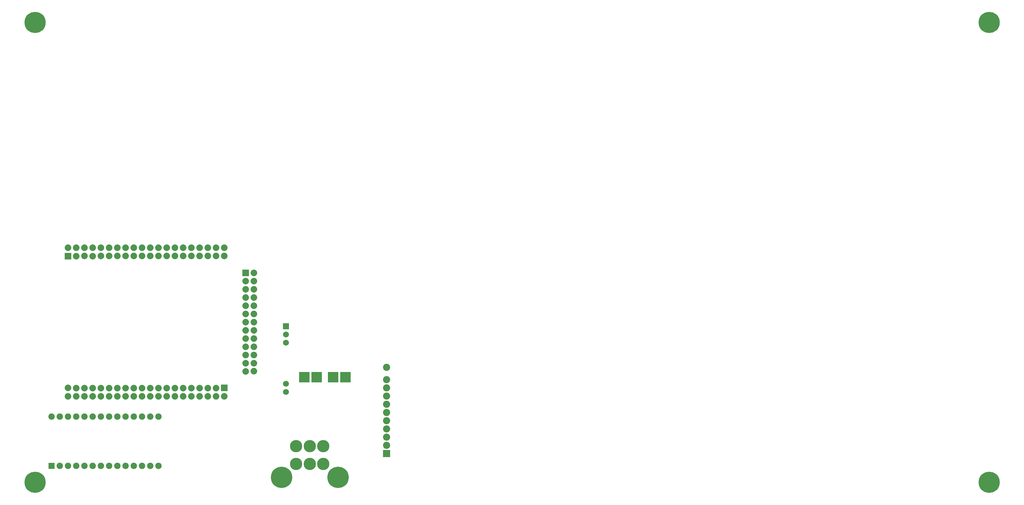
<source format=gbr>
G04 DipTrace 2.3.0.3*
%INBottomMask.gbr*%
%MOIN*%
%ADD31C,0.072*%
%ADD32R,0.072X0.072*%
%ADD52C,0.078*%
%ADD54R,0.078X0.078*%
%ADD56C,0.0867*%
%ADD57R,0.0867X0.0867*%
%ADD61R,0.08X0.08*%
%ADD62C,0.08*%
%ADD69C,0.26*%
%ADD71C,0.1497*%
%ADD75C,0.258*%
%ADD77R,0.128X0.128*%
%FSLAX44Y44*%
G04*
G70*
G90*
G75*
G01*
%LNBotMask*%
%LPD*%
D77*
X38690Y18753D3*
X40190D3*
X42190D3*
X43693D3*
D75*
X5940Y61940D3*
X121940D3*
X5940Y5940D3*
X121940D3*
D71*
X37690Y8190D3*
X39344D3*
X40997D3*
Y10355D3*
X39344D3*
X37690D3*
D69*
X35918Y6536D3*
X42769D3*
D62*
X9940Y16435D3*
X10940D3*
X11940D3*
X12940D3*
X13940D3*
X14940D3*
X15940D3*
X16940D3*
X17940D3*
X18940D3*
X19940D3*
X20940D3*
X21940D3*
X22940D3*
X23940D3*
X24940D3*
X25940D3*
X26940D3*
X27940D3*
X28940D3*
D61*
Y17440D3*
D62*
X27940Y17435D3*
X26940D3*
X25940D3*
X24940D3*
X23940D3*
X22940D3*
X21940D3*
X20940D3*
X19940D3*
X18940D3*
X17940D3*
X16940D3*
X15940D3*
X14940D3*
X13940D3*
X12940D3*
X11940D3*
X10940D3*
X9940Y17440D3*
D61*
Y33500D3*
D62*
X10940D3*
X11940Y33505D3*
X12940Y33500D3*
X13940Y33505D3*
X14940D3*
X15940D3*
X16940D3*
X17940D3*
X18940D3*
X19940D3*
X20940D3*
X21940D3*
X22940D3*
X23940D3*
X24940D3*
X25940D3*
X26940D3*
X27940D3*
X28940D3*
Y34505D3*
X27940D3*
X26940D3*
X25940D3*
X24940D3*
X23940D3*
X22940D3*
X21940D3*
X20940D3*
X19940D3*
X18940D3*
X17940D3*
X16940D3*
X15940D3*
X14940D3*
X13940D3*
X12940D3*
X11940D3*
X10940D3*
X9940D3*
X31560Y30465D3*
X32560D3*
X31560Y28465D3*
X32560D3*
X31560Y26465D3*
X32560D3*
X31560Y24465D3*
X32560D3*
X31560Y22465D3*
X32560D3*
X31560Y20465D3*
X32560D3*
Y19470D3*
X31560Y19465D3*
X32560Y21465D3*
X31560D3*
X32560Y23465D3*
X31560D3*
X32560Y25465D3*
X31560D3*
X32560Y27465D3*
X31560D3*
X32560Y29465D3*
X31560D3*
X32560Y31465D3*
D61*
X31560Y31460D3*
D31*
X36440Y16940D3*
Y17940D3*
Y22940D3*
Y23940D3*
D32*
Y24940D3*
D57*
X48690Y9440D3*
D56*
Y10440D3*
Y11440D3*
Y12440D3*
Y13440D3*
Y14440D3*
Y15440D3*
Y16440D3*
Y17440D3*
Y18440D3*
Y19940D3*
D54*
X7940Y7940D3*
D52*
X8940D3*
X9940D3*
X10940D3*
X11940D3*
X12940D3*
X13940D3*
X14940D3*
X15940D3*
X16940D3*
X17940D3*
X18940D3*
X19940D3*
X20940D3*
Y13940D3*
X19940D3*
X18940D3*
X17940D3*
X16940D3*
X15940D3*
X14940D3*
X13940D3*
X12940D3*
X11940D3*
X10940D3*
X9940D3*
X8940D3*
X7940D3*
M02*

</source>
